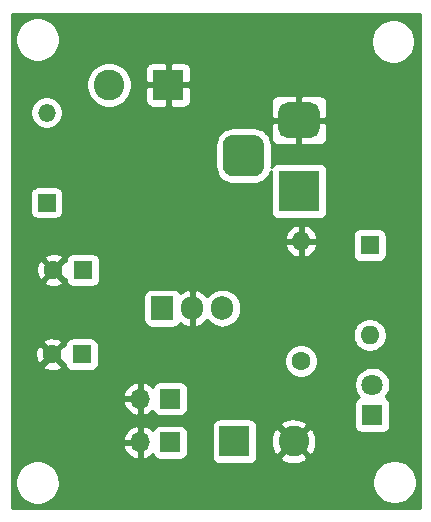
<source format=gbr>
%TF.GenerationSoftware,KiCad,Pcbnew,(5.1.9-0-10_14)*%
%TF.CreationDate,2021-05-04T15:01:54-04:00*%
%TF.ProjectId,POWER,504f5745-522e-46b6-9963-61645f706362,rev?*%
%TF.SameCoordinates,Original*%
%TF.FileFunction,Copper,L2,Bot*%
%TF.FilePolarity,Positive*%
%FSLAX46Y46*%
G04 Gerber Fmt 4.6, Leading zero omitted, Abs format (unit mm)*
G04 Created by KiCad (PCBNEW (5.1.9-0-10_14)) date 2021-05-04 15:01:54*
%MOMM*%
%LPD*%
G01*
G04 APERTURE LIST*
%TA.AperFunction,ComponentPad*%
%ADD10R,3.500000X3.500000*%
%TD*%
%TA.AperFunction,ComponentPad*%
%ADD11C,2.600000*%
%TD*%
%TA.AperFunction,ComponentPad*%
%ADD12R,2.600000X2.600000*%
%TD*%
%TA.AperFunction,ComponentPad*%
%ADD13O,1.700000X1.700000*%
%TD*%
%TA.AperFunction,ComponentPad*%
%ADD14R,1.700000X1.700000*%
%TD*%
%TA.AperFunction,ComponentPad*%
%ADD15O,1.600000X1.600000*%
%TD*%
%TA.AperFunction,ComponentPad*%
%ADD16R,1.600000X1.600000*%
%TD*%
%TA.AperFunction,ComponentPad*%
%ADD17C,1.600000*%
%TD*%
%TA.AperFunction,ComponentPad*%
%ADD18C,1.800000*%
%TD*%
%TA.AperFunction,ComponentPad*%
%ADD19R,1.800000X1.800000*%
%TD*%
%TA.AperFunction,ComponentPad*%
%ADD20O,1.500000X1.500000*%
%TD*%
%TA.AperFunction,ComponentPad*%
%ADD21R,1.500000X1.500000*%
%TD*%
%TA.AperFunction,ComponentPad*%
%ADD22O,1.905000X2.000000*%
%TD*%
%TA.AperFunction,ComponentPad*%
%ADD23R,1.905000X2.000000*%
%TD*%
%TA.AperFunction,Conductor*%
%ADD24C,0.254000*%
%TD*%
%TA.AperFunction,Conductor*%
%ADD25C,0.100000*%
%TD*%
G04 APERTURE END LIST*
%TO.P,J5,3*%
%TO.N,N/C*%
%TA.AperFunction,ComponentPad*%
G36*
G01*
X128989120Y-68188640D02*
X130739120Y-68188640D01*
G75*
G02*
X131614120Y-69063640I0J-875000D01*
G01*
X131614120Y-70813640D01*
G75*
G02*
X130739120Y-71688640I-875000J0D01*
G01*
X128989120Y-71688640D01*
G75*
G02*
X128114120Y-70813640I0J875000D01*
G01*
X128114120Y-69063640D01*
G75*
G02*
X128989120Y-68188640I875000J0D01*
G01*
G37*
%TD.AperFunction*%
%TO.P,J5,2*%
%TO.N,GND*%
%TA.AperFunction,ComponentPad*%
G36*
G01*
X133564120Y-65438640D02*
X135564120Y-65438640D01*
G75*
G02*
X136314120Y-66188640I0J-750000D01*
G01*
X136314120Y-67688640D01*
G75*
G02*
X135564120Y-68438640I-750000J0D01*
G01*
X133564120Y-68438640D01*
G75*
G02*
X132814120Y-67688640I0J750000D01*
G01*
X132814120Y-66188640D01*
G75*
G02*
X133564120Y-65438640I750000J0D01*
G01*
G37*
%TD.AperFunction*%
D10*
%TO.P,J5,1*%
%TO.N,Net-(D1-Pad2)*%
X134564120Y-72938640D03*
%TD*%
D11*
%TO.P,J4,2*%
%TO.N,GND*%
X134108200Y-94127320D03*
D12*
%TO.P,J4,1*%
%TO.N,VCC*%
X129108200Y-94127320D03*
%TD*%
D13*
%TO.P,J3,2*%
%TO.N,GND*%
X121119900Y-90502740D03*
D14*
%TO.P,J3,1*%
%TO.N,VCC*%
X123659900Y-90502740D03*
%TD*%
D13*
%TO.P,J2,2*%
%TO.N,GND*%
X121119900Y-94211140D03*
D14*
%TO.P,J2,1*%
%TO.N,VCC*%
X123659900Y-94211140D03*
%TD*%
D15*
%TO.P,SW1,2*%
%TO.N,VCC*%
X140550900Y-85140800D03*
D16*
%TO.P,SW1,1*%
%TO.N,Net-(C2-Pad1)*%
X140550900Y-77520800D03*
%TD*%
D15*
%TO.P,R1,2*%
%TO.N,GND*%
X134747000Y-77165200D03*
D17*
%TO.P,R1,1*%
%TO.N,Net-(D2-Pad1)*%
X134747000Y-87325200D03*
%TD*%
D18*
%TO.P,D2,2*%
%TO.N,VCC*%
X140779500Y-89331800D03*
D19*
%TO.P,D2,1*%
%TO.N,Net-(D2-Pad1)*%
X140779500Y-91871800D03*
%TD*%
D20*
%TO.P,D1,2*%
%TO.N,Net-(D1-Pad2)*%
X113205260Y-66296540D03*
D21*
%TO.P,D1,1*%
%TO.N,Net-(C1-Pad1)*%
X113205260Y-73916540D03*
%TD*%
D11*
%TO.P,J1,2*%
%TO.N,Net-(D1-Pad2)*%
X118497340Y-63941960D03*
D12*
%TO.P,J1,1*%
%TO.N,GND*%
X123497340Y-63941960D03*
%TD*%
D22*
%TO.P,U1,3*%
%TO.N,Net-(C2-Pad1)*%
X128071880Y-82859880D03*
%TO.P,U1,2*%
%TO.N,GND*%
X125531880Y-82859880D03*
D23*
%TO.P,U1,1*%
%TO.N,Net-(C1-Pad1)*%
X122991880Y-82859880D03*
%TD*%
D17*
%TO.P,C2,2*%
%TO.N,GND*%
X113674520Y-86771480D03*
D16*
%TO.P,C2,1*%
%TO.N,Net-(C2-Pad1)*%
X116174520Y-86771480D03*
%TD*%
D17*
%TO.P,C1,2*%
%TO.N,GND*%
X113771040Y-79623920D03*
D16*
%TO.P,C1,1*%
%TO.N,Net-(C1-Pad1)*%
X116271040Y-79623920D03*
%TD*%
D24*
%TO.N,GND*%
X144800721Y-99776680D02*
X110255920Y-99776680D01*
X110255920Y-97411304D01*
X110530320Y-97411304D01*
X110530320Y-97782616D01*
X110602759Y-98146794D01*
X110744854Y-98489842D01*
X110951145Y-98798578D01*
X111213702Y-99061135D01*
X111522438Y-99267426D01*
X111865486Y-99409521D01*
X112229664Y-99481960D01*
X112600976Y-99481960D01*
X112965154Y-99409521D01*
X113308202Y-99267426D01*
X113616938Y-99061135D01*
X113879495Y-98798578D01*
X114085786Y-98489842D01*
X114227881Y-98146794D01*
X114300320Y-97782616D01*
X114300320Y-97411304D01*
X114295268Y-97385904D01*
X140761400Y-97385904D01*
X140761400Y-97757216D01*
X140833839Y-98121394D01*
X140975934Y-98464442D01*
X141182225Y-98773178D01*
X141444782Y-99035735D01*
X141753518Y-99242026D01*
X142096566Y-99384121D01*
X142460744Y-99456560D01*
X142832056Y-99456560D01*
X143196234Y-99384121D01*
X143539282Y-99242026D01*
X143848018Y-99035735D01*
X144110575Y-98773178D01*
X144316866Y-98464442D01*
X144458961Y-98121394D01*
X144531400Y-97757216D01*
X144531400Y-97385904D01*
X144458961Y-97021726D01*
X144316866Y-96678678D01*
X144110575Y-96369942D01*
X143848018Y-96107385D01*
X143539282Y-95901094D01*
X143196234Y-95758999D01*
X142832056Y-95686560D01*
X142460744Y-95686560D01*
X142096566Y-95758999D01*
X141753518Y-95901094D01*
X141444782Y-96107385D01*
X141182225Y-96369942D01*
X140975934Y-96678678D01*
X140833839Y-97021726D01*
X140761400Y-97385904D01*
X114295268Y-97385904D01*
X114227881Y-97047126D01*
X114085786Y-96704078D01*
X113879495Y-96395342D01*
X113616938Y-96132785D01*
X113308202Y-95926494D01*
X112965154Y-95784399D01*
X112600976Y-95711960D01*
X112229664Y-95711960D01*
X111865486Y-95784399D01*
X111522438Y-95926494D01*
X111213702Y-96132785D01*
X110951145Y-96395342D01*
X110744854Y-96704078D01*
X110602759Y-97047126D01*
X110530320Y-97411304D01*
X110255920Y-97411304D01*
X110255920Y-94568031D01*
X119678419Y-94568031D01*
X119775743Y-94842392D01*
X119924722Y-95092495D01*
X120119631Y-95308728D01*
X120352980Y-95482781D01*
X120615801Y-95607965D01*
X120763010Y-95652616D01*
X120992900Y-95531295D01*
X120992900Y-94338140D01*
X119799086Y-94338140D01*
X119678419Y-94568031D01*
X110255920Y-94568031D01*
X110255920Y-93854249D01*
X119678419Y-93854249D01*
X119799086Y-94084140D01*
X120992900Y-94084140D01*
X120992900Y-92890985D01*
X121246900Y-92890985D01*
X121246900Y-94084140D01*
X121266900Y-94084140D01*
X121266900Y-94338140D01*
X121246900Y-94338140D01*
X121246900Y-95531295D01*
X121476790Y-95652616D01*
X121623999Y-95607965D01*
X121886820Y-95482781D01*
X122120169Y-95308728D01*
X122195934Y-95224674D01*
X122220398Y-95305320D01*
X122279363Y-95415634D01*
X122358715Y-95512325D01*
X122455406Y-95591677D01*
X122565720Y-95650642D01*
X122685418Y-95686952D01*
X122809900Y-95699212D01*
X124509900Y-95699212D01*
X124634382Y-95686952D01*
X124754080Y-95650642D01*
X124864394Y-95591677D01*
X124961085Y-95512325D01*
X125040437Y-95415634D01*
X125099402Y-95305320D01*
X125135712Y-95185622D01*
X125147972Y-95061140D01*
X125147972Y-93361140D01*
X125135712Y-93236658D01*
X125099402Y-93116960D01*
X125040437Y-93006646D01*
X124961085Y-92909955D01*
X124864394Y-92830603D01*
X124858253Y-92827320D01*
X127170128Y-92827320D01*
X127170128Y-95427320D01*
X127182388Y-95551802D01*
X127218698Y-95671500D01*
X127277663Y-95781814D01*
X127357015Y-95878505D01*
X127453706Y-95957857D01*
X127564020Y-96016822D01*
X127683718Y-96053132D01*
X127808200Y-96065392D01*
X130408200Y-96065392D01*
X130532682Y-96053132D01*
X130652380Y-96016822D01*
X130762694Y-95957857D01*
X130859385Y-95878505D01*
X130938737Y-95781814D01*
X130997702Y-95671500D01*
X131034012Y-95551802D01*
X131041424Y-95476544D01*
X132938581Y-95476544D01*
X133070517Y-95771632D01*
X133411245Y-95942479D01*
X133778757Y-96043570D01*
X134158929Y-96071021D01*
X134537151Y-96023777D01*
X134898890Y-95903653D01*
X135145883Y-95771632D01*
X135277819Y-95476544D01*
X134108200Y-94306925D01*
X132938581Y-95476544D01*
X131041424Y-95476544D01*
X131046272Y-95427320D01*
X131046272Y-94178049D01*
X132164499Y-94178049D01*
X132211743Y-94556271D01*
X132331867Y-94918010D01*
X132463888Y-95165003D01*
X132758976Y-95296939D01*
X133928595Y-94127320D01*
X134287805Y-94127320D01*
X135457424Y-95296939D01*
X135752512Y-95165003D01*
X135923359Y-94824275D01*
X136024450Y-94456763D01*
X136051901Y-94076591D01*
X136004657Y-93698369D01*
X135884533Y-93336630D01*
X135752512Y-93089637D01*
X135457424Y-92957701D01*
X134287805Y-94127320D01*
X133928595Y-94127320D01*
X132758976Y-92957701D01*
X132463888Y-93089637D01*
X132293041Y-93430365D01*
X132191950Y-93797877D01*
X132164499Y-94178049D01*
X131046272Y-94178049D01*
X131046272Y-92827320D01*
X131041425Y-92778096D01*
X132938581Y-92778096D01*
X134108200Y-93947715D01*
X135277819Y-92778096D01*
X135145883Y-92483008D01*
X134805155Y-92312161D01*
X134437643Y-92211070D01*
X134057471Y-92183619D01*
X133679249Y-92230863D01*
X133317510Y-92350987D01*
X133070517Y-92483008D01*
X132938581Y-92778096D01*
X131041425Y-92778096D01*
X131034012Y-92702838D01*
X130997702Y-92583140D01*
X130938737Y-92472826D01*
X130859385Y-92376135D01*
X130762694Y-92296783D01*
X130652380Y-92237818D01*
X130532682Y-92201508D01*
X130408200Y-92189248D01*
X127808200Y-92189248D01*
X127683718Y-92201508D01*
X127564020Y-92237818D01*
X127453706Y-92296783D01*
X127357015Y-92376135D01*
X127277663Y-92472826D01*
X127218698Y-92583140D01*
X127182388Y-92702838D01*
X127170128Y-92827320D01*
X124858253Y-92827320D01*
X124754080Y-92771638D01*
X124634382Y-92735328D01*
X124509900Y-92723068D01*
X122809900Y-92723068D01*
X122685418Y-92735328D01*
X122565720Y-92771638D01*
X122455406Y-92830603D01*
X122358715Y-92909955D01*
X122279363Y-93006646D01*
X122220398Y-93116960D01*
X122195934Y-93197606D01*
X122120169Y-93113552D01*
X121886820Y-92939499D01*
X121623999Y-92814315D01*
X121476790Y-92769664D01*
X121246900Y-92890985D01*
X120992900Y-92890985D01*
X120763010Y-92769664D01*
X120615801Y-92814315D01*
X120352980Y-92939499D01*
X120119631Y-93113552D01*
X119924722Y-93329785D01*
X119775743Y-93579888D01*
X119678419Y-93854249D01*
X110255920Y-93854249D01*
X110255920Y-90859631D01*
X119678419Y-90859631D01*
X119775743Y-91133992D01*
X119924722Y-91384095D01*
X120119631Y-91600328D01*
X120352980Y-91774381D01*
X120615801Y-91899565D01*
X120763010Y-91944216D01*
X120992900Y-91822895D01*
X120992900Y-90629740D01*
X119799086Y-90629740D01*
X119678419Y-90859631D01*
X110255920Y-90859631D01*
X110255920Y-90145849D01*
X119678419Y-90145849D01*
X119799086Y-90375740D01*
X120992900Y-90375740D01*
X120992900Y-89182585D01*
X121246900Y-89182585D01*
X121246900Y-90375740D01*
X121266900Y-90375740D01*
X121266900Y-90629740D01*
X121246900Y-90629740D01*
X121246900Y-91822895D01*
X121476790Y-91944216D01*
X121623999Y-91899565D01*
X121886820Y-91774381D01*
X122120169Y-91600328D01*
X122195934Y-91516274D01*
X122220398Y-91596920D01*
X122279363Y-91707234D01*
X122358715Y-91803925D01*
X122455406Y-91883277D01*
X122565720Y-91942242D01*
X122685418Y-91978552D01*
X122809900Y-91990812D01*
X124509900Y-91990812D01*
X124634382Y-91978552D01*
X124754080Y-91942242D01*
X124864394Y-91883277D01*
X124961085Y-91803925D01*
X125040437Y-91707234D01*
X125099402Y-91596920D01*
X125135712Y-91477222D01*
X125147972Y-91352740D01*
X125147972Y-90971800D01*
X139241428Y-90971800D01*
X139241428Y-92771800D01*
X139253688Y-92896282D01*
X139289998Y-93015980D01*
X139348963Y-93126294D01*
X139428315Y-93222985D01*
X139525006Y-93302337D01*
X139635320Y-93361302D01*
X139755018Y-93397612D01*
X139879500Y-93409872D01*
X141679500Y-93409872D01*
X141803982Y-93397612D01*
X141923680Y-93361302D01*
X142033994Y-93302337D01*
X142130685Y-93222985D01*
X142210037Y-93126294D01*
X142269002Y-93015980D01*
X142305312Y-92896282D01*
X142317572Y-92771800D01*
X142317572Y-90971800D01*
X142305312Y-90847318D01*
X142269002Y-90727620D01*
X142210037Y-90617306D01*
X142130685Y-90520615D01*
X142033994Y-90441263D01*
X141923680Y-90382298D01*
X141905373Y-90376744D01*
X141971812Y-90310305D01*
X142139799Y-90058895D01*
X142255511Y-89779543D01*
X142314500Y-89482984D01*
X142314500Y-89180616D01*
X142255511Y-88884057D01*
X142139799Y-88604705D01*
X141971812Y-88353295D01*
X141758005Y-88139488D01*
X141506595Y-87971501D01*
X141227243Y-87855789D01*
X140930684Y-87796800D01*
X140628316Y-87796800D01*
X140331757Y-87855789D01*
X140052405Y-87971501D01*
X139800995Y-88139488D01*
X139587188Y-88353295D01*
X139419201Y-88604705D01*
X139303489Y-88884057D01*
X139244500Y-89180616D01*
X139244500Y-89482984D01*
X139303489Y-89779543D01*
X139419201Y-90058895D01*
X139587188Y-90310305D01*
X139653627Y-90376744D01*
X139635320Y-90382298D01*
X139525006Y-90441263D01*
X139428315Y-90520615D01*
X139348963Y-90617306D01*
X139289998Y-90727620D01*
X139253688Y-90847318D01*
X139241428Y-90971800D01*
X125147972Y-90971800D01*
X125147972Y-89652740D01*
X125135712Y-89528258D01*
X125099402Y-89408560D01*
X125040437Y-89298246D01*
X124961085Y-89201555D01*
X124864394Y-89122203D01*
X124754080Y-89063238D01*
X124634382Y-89026928D01*
X124509900Y-89014668D01*
X122809900Y-89014668D01*
X122685418Y-89026928D01*
X122565720Y-89063238D01*
X122455406Y-89122203D01*
X122358715Y-89201555D01*
X122279363Y-89298246D01*
X122220398Y-89408560D01*
X122195934Y-89489206D01*
X122120169Y-89405152D01*
X121886820Y-89231099D01*
X121623999Y-89105915D01*
X121476790Y-89061264D01*
X121246900Y-89182585D01*
X120992900Y-89182585D01*
X120763010Y-89061264D01*
X120615801Y-89105915D01*
X120352980Y-89231099D01*
X120119631Y-89405152D01*
X119924722Y-89621385D01*
X119775743Y-89871488D01*
X119678419Y-90145849D01*
X110255920Y-90145849D01*
X110255920Y-87764182D01*
X112861423Y-87764182D01*
X112933006Y-88008151D01*
X113188516Y-88129051D01*
X113462704Y-88197780D01*
X113745032Y-88211697D01*
X114024650Y-88170267D01*
X114290812Y-88075083D01*
X114416034Y-88008151D01*
X114487617Y-87764182D01*
X113674520Y-86951085D01*
X112861423Y-87764182D01*
X110255920Y-87764182D01*
X110255920Y-86841992D01*
X112234303Y-86841992D01*
X112275733Y-87121610D01*
X112370917Y-87387772D01*
X112437849Y-87512994D01*
X112681818Y-87584577D01*
X113494915Y-86771480D01*
X113854125Y-86771480D01*
X114667222Y-87584577D01*
X114736448Y-87564265D01*
X114736448Y-87571480D01*
X114748708Y-87695962D01*
X114785018Y-87815660D01*
X114843983Y-87925974D01*
X114923335Y-88022665D01*
X115020026Y-88102017D01*
X115130340Y-88160982D01*
X115250038Y-88197292D01*
X115374520Y-88209552D01*
X116974520Y-88209552D01*
X117099002Y-88197292D01*
X117218700Y-88160982D01*
X117329014Y-88102017D01*
X117425705Y-88022665D01*
X117505057Y-87925974D01*
X117564022Y-87815660D01*
X117600332Y-87695962D01*
X117612592Y-87571480D01*
X117612592Y-87183865D01*
X133312000Y-87183865D01*
X133312000Y-87466535D01*
X133367147Y-87743774D01*
X133475320Y-88004927D01*
X133632363Y-88239959D01*
X133832241Y-88439837D01*
X134067273Y-88596880D01*
X134328426Y-88705053D01*
X134605665Y-88760200D01*
X134888335Y-88760200D01*
X135165574Y-88705053D01*
X135426727Y-88596880D01*
X135661759Y-88439837D01*
X135861637Y-88239959D01*
X136018680Y-88004927D01*
X136126853Y-87743774D01*
X136182000Y-87466535D01*
X136182000Y-87183865D01*
X136126853Y-86906626D01*
X136018680Y-86645473D01*
X135861637Y-86410441D01*
X135661759Y-86210563D01*
X135426727Y-86053520D01*
X135165574Y-85945347D01*
X134888335Y-85890200D01*
X134605665Y-85890200D01*
X134328426Y-85945347D01*
X134067273Y-86053520D01*
X133832241Y-86210563D01*
X133632363Y-86410441D01*
X133475320Y-86645473D01*
X133367147Y-86906626D01*
X133312000Y-87183865D01*
X117612592Y-87183865D01*
X117612592Y-85971480D01*
X117600332Y-85846998D01*
X117564022Y-85727300D01*
X117505057Y-85616986D01*
X117425705Y-85520295D01*
X117329014Y-85440943D01*
X117218700Y-85381978D01*
X117099002Y-85345668D01*
X116974520Y-85333408D01*
X115374520Y-85333408D01*
X115250038Y-85345668D01*
X115130340Y-85381978D01*
X115020026Y-85440943D01*
X114923335Y-85520295D01*
X114843983Y-85616986D01*
X114785018Y-85727300D01*
X114748708Y-85846998D01*
X114736448Y-85971480D01*
X114736448Y-85978695D01*
X114667222Y-85958383D01*
X113854125Y-86771480D01*
X113494915Y-86771480D01*
X112681818Y-85958383D01*
X112437849Y-86029966D01*
X112316949Y-86285476D01*
X112248220Y-86559664D01*
X112234303Y-86841992D01*
X110255920Y-86841992D01*
X110255920Y-85778778D01*
X112861423Y-85778778D01*
X113674520Y-86591875D01*
X114487617Y-85778778D01*
X114416034Y-85534809D01*
X114160524Y-85413909D01*
X113886336Y-85345180D01*
X113604008Y-85331263D01*
X113324390Y-85372693D01*
X113058228Y-85467877D01*
X112933006Y-85534809D01*
X112861423Y-85778778D01*
X110255920Y-85778778D01*
X110255920Y-84999465D01*
X139115900Y-84999465D01*
X139115900Y-85282135D01*
X139171047Y-85559374D01*
X139279220Y-85820527D01*
X139436263Y-86055559D01*
X139636141Y-86255437D01*
X139871173Y-86412480D01*
X140132326Y-86520653D01*
X140409565Y-86575800D01*
X140692235Y-86575800D01*
X140969474Y-86520653D01*
X141230627Y-86412480D01*
X141465659Y-86255437D01*
X141665537Y-86055559D01*
X141822580Y-85820527D01*
X141930753Y-85559374D01*
X141985900Y-85282135D01*
X141985900Y-84999465D01*
X141930753Y-84722226D01*
X141822580Y-84461073D01*
X141665537Y-84226041D01*
X141465659Y-84026163D01*
X141230627Y-83869120D01*
X140969474Y-83760947D01*
X140692235Y-83705800D01*
X140409565Y-83705800D01*
X140132326Y-83760947D01*
X139871173Y-83869120D01*
X139636141Y-84026163D01*
X139436263Y-84226041D01*
X139279220Y-84461073D01*
X139171047Y-84722226D01*
X139115900Y-84999465D01*
X110255920Y-84999465D01*
X110255920Y-81859880D01*
X121401308Y-81859880D01*
X121401308Y-83859880D01*
X121413568Y-83984362D01*
X121449878Y-84104060D01*
X121508843Y-84214374D01*
X121588195Y-84311065D01*
X121684886Y-84390417D01*
X121795200Y-84449382D01*
X121914898Y-84485692D01*
X122039380Y-84497952D01*
X123944380Y-84497952D01*
X124068862Y-84485692D01*
X124188560Y-84449382D01*
X124298874Y-84390417D01*
X124395565Y-84311065D01*
X124474917Y-84214374D01*
X124523939Y-84122661D01*
X124664957Y-84235849D01*
X124940786Y-84379451D01*
X125158900Y-84450443D01*
X125404880Y-84330474D01*
X125404880Y-82986880D01*
X125384880Y-82986880D01*
X125384880Y-82732880D01*
X125404880Y-82732880D01*
X125404880Y-81389286D01*
X125658880Y-81389286D01*
X125658880Y-82732880D01*
X125678880Y-82732880D01*
X125678880Y-82986880D01*
X125658880Y-82986880D01*
X125658880Y-84330474D01*
X125904860Y-84450443D01*
X126122974Y-84379451D01*
X126398803Y-84235849D01*
X126641317Y-84041195D01*
X126796717Y-83855981D01*
X126943917Y-84035343D01*
X127185646Y-84233725D01*
X127461432Y-84381135D01*
X127760677Y-84471910D01*
X128071880Y-84502561D01*
X128383084Y-84471910D01*
X128682329Y-84381135D01*
X128958115Y-84233725D01*
X129199843Y-84035343D01*
X129398225Y-83793614D01*
X129545635Y-83517828D01*
X129636410Y-83218583D01*
X129659380Y-82985365D01*
X129659380Y-82734394D01*
X129636410Y-82501176D01*
X129545635Y-82201931D01*
X129398225Y-81926145D01*
X129199843Y-81684417D01*
X128958114Y-81486035D01*
X128682328Y-81338625D01*
X128383083Y-81247850D01*
X128071880Y-81217199D01*
X127760676Y-81247850D01*
X127461431Y-81338625D01*
X127185645Y-81486035D01*
X126943917Y-81684417D01*
X126796718Y-81863780D01*
X126641317Y-81678565D01*
X126398803Y-81483911D01*
X126122974Y-81340309D01*
X125904860Y-81269317D01*
X125658880Y-81389286D01*
X125404880Y-81389286D01*
X125158900Y-81269317D01*
X124940786Y-81340309D01*
X124664957Y-81483911D01*
X124523939Y-81597099D01*
X124474917Y-81505386D01*
X124395565Y-81408695D01*
X124298874Y-81329343D01*
X124188560Y-81270378D01*
X124068862Y-81234068D01*
X123944380Y-81221808D01*
X122039380Y-81221808D01*
X121914898Y-81234068D01*
X121795200Y-81270378D01*
X121684886Y-81329343D01*
X121588195Y-81408695D01*
X121508843Y-81505386D01*
X121449878Y-81615700D01*
X121413568Y-81735398D01*
X121401308Y-81859880D01*
X110255920Y-81859880D01*
X110255920Y-80616622D01*
X112957943Y-80616622D01*
X113029526Y-80860591D01*
X113285036Y-80981491D01*
X113559224Y-81050220D01*
X113841552Y-81064137D01*
X114121170Y-81022707D01*
X114387332Y-80927523D01*
X114512554Y-80860591D01*
X114584137Y-80616622D01*
X113771040Y-79803525D01*
X112957943Y-80616622D01*
X110255920Y-80616622D01*
X110255920Y-79694432D01*
X112330823Y-79694432D01*
X112372253Y-79974050D01*
X112467437Y-80240212D01*
X112534369Y-80365434D01*
X112778338Y-80437017D01*
X113591435Y-79623920D01*
X113950645Y-79623920D01*
X114763742Y-80437017D01*
X114832968Y-80416705D01*
X114832968Y-80423920D01*
X114845228Y-80548402D01*
X114881538Y-80668100D01*
X114940503Y-80778414D01*
X115019855Y-80875105D01*
X115116546Y-80954457D01*
X115226860Y-81013422D01*
X115346558Y-81049732D01*
X115471040Y-81061992D01*
X117071040Y-81061992D01*
X117195522Y-81049732D01*
X117315220Y-81013422D01*
X117425534Y-80954457D01*
X117522225Y-80875105D01*
X117601577Y-80778414D01*
X117660542Y-80668100D01*
X117696852Y-80548402D01*
X117709112Y-80423920D01*
X117709112Y-78823920D01*
X117696852Y-78699438D01*
X117660542Y-78579740D01*
X117601577Y-78469426D01*
X117522225Y-78372735D01*
X117425534Y-78293383D01*
X117315220Y-78234418D01*
X117195522Y-78198108D01*
X117071040Y-78185848D01*
X115471040Y-78185848D01*
X115346558Y-78198108D01*
X115226860Y-78234418D01*
X115116546Y-78293383D01*
X115019855Y-78372735D01*
X114940503Y-78469426D01*
X114881538Y-78579740D01*
X114845228Y-78699438D01*
X114832968Y-78823920D01*
X114832968Y-78831135D01*
X114763742Y-78810823D01*
X113950645Y-79623920D01*
X113591435Y-79623920D01*
X112778338Y-78810823D01*
X112534369Y-78882406D01*
X112413469Y-79137916D01*
X112344740Y-79412104D01*
X112330823Y-79694432D01*
X110255920Y-79694432D01*
X110255920Y-78631218D01*
X112957943Y-78631218D01*
X113771040Y-79444315D01*
X114584137Y-78631218D01*
X114512554Y-78387249D01*
X114257044Y-78266349D01*
X113982856Y-78197620D01*
X113700528Y-78183703D01*
X113420910Y-78225133D01*
X113154748Y-78320317D01*
X113029526Y-78387249D01*
X112957943Y-78631218D01*
X110255920Y-78631218D01*
X110255920Y-77514240D01*
X133355091Y-77514240D01*
X133449930Y-77779081D01*
X133594615Y-78020331D01*
X133783586Y-78228719D01*
X134009580Y-78396237D01*
X134263913Y-78516446D01*
X134397961Y-78557104D01*
X134620000Y-78435115D01*
X134620000Y-77292200D01*
X134874000Y-77292200D01*
X134874000Y-78435115D01*
X135096039Y-78557104D01*
X135230087Y-78516446D01*
X135484420Y-78396237D01*
X135710414Y-78228719D01*
X135899385Y-78020331D01*
X136044070Y-77779081D01*
X136138909Y-77514240D01*
X136017624Y-77292200D01*
X134874000Y-77292200D01*
X134620000Y-77292200D01*
X133476376Y-77292200D01*
X133355091Y-77514240D01*
X110255920Y-77514240D01*
X110255920Y-76816160D01*
X133355091Y-76816160D01*
X133476376Y-77038200D01*
X134620000Y-77038200D01*
X134620000Y-75895285D01*
X134874000Y-75895285D01*
X134874000Y-77038200D01*
X136017624Y-77038200D01*
X136138909Y-76816160D01*
X136104761Y-76720800D01*
X139112828Y-76720800D01*
X139112828Y-78320800D01*
X139125088Y-78445282D01*
X139161398Y-78564980D01*
X139220363Y-78675294D01*
X139299715Y-78771985D01*
X139396406Y-78851337D01*
X139506720Y-78910302D01*
X139626418Y-78946612D01*
X139750900Y-78958872D01*
X141350900Y-78958872D01*
X141475382Y-78946612D01*
X141595080Y-78910302D01*
X141705394Y-78851337D01*
X141802085Y-78771985D01*
X141881437Y-78675294D01*
X141940402Y-78564980D01*
X141976712Y-78445282D01*
X141988972Y-78320800D01*
X141988972Y-76720800D01*
X141976712Y-76596318D01*
X141940402Y-76476620D01*
X141881437Y-76366306D01*
X141802085Y-76269615D01*
X141705394Y-76190263D01*
X141595080Y-76131298D01*
X141475382Y-76094988D01*
X141350900Y-76082728D01*
X139750900Y-76082728D01*
X139626418Y-76094988D01*
X139506720Y-76131298D01*
X139396406Y-76190263D01*
X139299715Y-76269615D01*
X139220363Y-76366306D01*
X139161398Y-76476620D01*
X139125088Y-76596318D01*
X139112828Y-76720800D01*
X136104761Y-76720800D01*
X136044070Y-76551319D01*
X135899385Y-76310069D01*
X135710414Y-76101681D01*
X135484420Y-75934163D01*
X135230087Y-75813954D01*
X135096039Y-75773296D01*
X134874000Y-75895285D01*
X134620000Y-75895285D01*
X134397961Y-75773296D01*
X134263913Y-75813954D01*
X134009580Y-75934163D01*
X133783586Y-76101681D01*
X133594615Y-76310069D01*
X133449930Y-76551319D01*
X133355091Y-76816160D01*
X110255920Y-76816160D01*
X110255920Y-73166540D01*
X111817188Y-73166540D01*
X111817188Y-74666540D01*
X111829448Y-74791022D01*
X111865758Y-74910720D01*
X111924723Y-75021034D01*
X112004075Y-75117725D01*
X112100766Y-75197077D01*
X112211080Y-75256042D01*
X112330778Y-75292352D01*
X112455260Y-75304612D01*
X113955260Y-75304612D01*
X114079742Y-75292352D01*
X114199440Y-75256042D01*
X114309754Y-75197077D01*
X114406445Y-75117725D01*
X114485797Y-75021034D01*
X114544762Y-74910720D01*
X114581072Y-74791022D01*
X114593332Y-74666540D01*
X114593332Y-73166540D01*
X114581072Y-73042058D01*
X114544762Y-72922360D01*
X114485797Y-72812046D01*
X114406445Y-72715355D01*
X114309754Y-72636003D01*
X114199440Y-72577038D01*
X114079742Y-72540728D01*
X113955260Y-72528468D01*
X112455260Y-72528468D01*
X112330778Y-72540728D01*
X112211080Y-72577038D01*
X112100766Y-72636003D01*
X112004075Y-72715355D01*
X111924723Y-72812046D01*
X111865758Y-72922360D01*
X111829448Y-73042058D01*
X111817188Y-73166540D01*
X110255920Y-73166540D01*
X110255920Y-69063640D01*
X127476048Y-69063640D01*
X127476048Y-70813640D01*
X127505121Y-71108826D01*
X127591224Y-71392668D01*
X127731047Y-71654258D01*
X127919217Y-71883543D01*
X128148502Y-72071713D01*
X128410092Y-72211536D01*
X128693934Y-72297639D01*
X128989120Y-72326712D01*
X130739120Y-72326712D01*
X131034306Y-72297639D01*
X131318148Y-72211536D01*
X131579738Y-72071713D01*
X131809023Y-71883543D01*
X131997193Y-71654258D01*
X132137016Y-71392668D01*
X132176048Y-71263997D01*
X132176048Y-74688640D01*
X132188308Y-74813122D01*
X132224618Y-74932820D01*
X132283583Y-75043134D01*
X132362935Y-75139825D01*
X132459626Y-75219177D01*
X132569940Y-75278142D01*
X132689638Y-75314452D01*
X132814120Y-75326712D01*
X136314120Y-75326712D01*
X136438602Y-75314452D01*
X136558300Y-75278142D01*
X136668614Y-75219177D01*
X136765305Y-75139825D01*
X136844657Y-75043134D01*
X136903622Y-74932820D01*
X136939932Y-74813122D01*
X136952192Y-74688640D01*
X136952192Y-71188640D01*
X136939932Y-71064158D01*
X136903622Y-70944460D01*
X136844657Y-70834146D01*
X136765305Y-70737455D01*
X136668614Y-70658103D01*
X136558300Y-70599138D01*
X136438602Y-70562828D01*
X136314120Y-70550568D01*
X132814120Y-70550568D01*
X132689638Y-70562828D01*
X132569940Y-70599138D01*
X132459626Y-70658103D01*
X132362935Y-70737455D01*
X132283583Y-70834146D01*
X132242626Y-70910771D01*
X132252192Y-70813640D01*
X132252192Y-69063640D01*
X132223119Y-68768454D01*
X132137016Y-68484612D01*
X132112444Y-68438640D01*
X132176048Y-68438640D01*
X132188308Y-68563122D01*
X132224618Y-68682820D01*
X132283583Y-68793134D01*
X132362935Y-68889825D01*
X132459626Y-68969177D01*
X132569940Y-69028142D01*
X132689638Y-69064452D01*
X132814120Y-69076712D01*
X134278370Y-69073640D01*
X134437120Y-68914890D01*
X134437120Y-67065640D01*
X134691120Y-67065640D01*
X134691120Y-68914890D01*
X134849870Y-69073640D01*
X136314120Y-69076712D01*
X136438602Y-69064452D01*
X136558300Y-69028142D01*
X136668614Y-68969177D01*
X136765305Y-68889825D01*
X136844657Y-68793134D01*
X136903622Y-68682820D01*
X136939932Y-68563122D01*
X136952192Y-68438640D01*
X136949120Y-67224390D01*
X136790370Y-67065640D01*
X134691120Y-67065640D01*
X134437120Y-67065640D01*
X132337870Y-67065640D01*
X132179120Y-67224390D01*
X132176048Y-68438640D01*
X132112444Y-68438640D01*
X131997193Y-68223022D01*
X131809023Y-67993737D01*
X131579738Y-67805567D01*
X131318148Y-67665744D01*
X131034306Y-67579641D01*
X130739120Y-67550568D01*
X128989120Y-67550568D01*
X128693934Y-67579641D01*
X128410092Y-67665744D01*
X128148502Y-67805567D01*
X127919217Y-67993737D01*
X127731047Y-68223022D01*
X127591224Y-68484612D01*
X127505121Y-68768454D01*
X127476048Y-69063640D01*
X110255920Y-69063640D01*
X110255920Y-66160129D01*
X111820260Y-66160129D01*
X111820260Y-66432951D01*
X111873485Y-66700529D01*
X111977889Y-66952583D01*
X112129461Y-67179426D01*
X112322374Y-67372339D01*
X112549217Y-67523911D01*
X112801271Y-67628315D01*
X113068849Y-67681540D01*
X113341671Y-67681540D01*
X113609249Y-67628315D01*
X113861303Y-67523911D01*
X114088146Y-67372339D01*
X114281059Y-67179426D01*
X114432631Y-66952583D01*
X114537035Y-66700529D01*
X114590260Y-66432951D01*
X114590260Y-66160129D01*
X114537035Y-65892551D01*
X114432631Y-65640497D01*
X114281059Y-65413654D01*
X114088146Y-65220741D01*
X113861303Y-65069169D01*
X113609249Y-64964765D01*
X113341671Y-64911540D01*
X113068849Y-64911540D01*
X112801271Y-64964765D01*
X112549217Y-65069169D01*
X112322374Y-65220741D01*
X112129461Y-65413654D01*
X111977889Y-65640497D01*
X111873485Y-65892551D01*
X111820260Y-66160129D01*
X110255920Y-66160129D01*
X110255920Y-63751379D01*
X116562340Y-63751379D01*
X116562340Y-64132541D01*
X116636701Y-64506379D01*
X116782565Y-64858526D01*
X116994327Y-65175451D01*
X117263849Y-65444973D01*
X117580774Y-65656735D01*
X117932921Y-65802599D01*
X118306759Y-65876960D01*
X118687921Y-65876960D01*
X119061759Y-65802599D01*
X119413906Y-65656735D01*
X119730831Y-65444973D01*
X119933844Y-65241960D01*
X121559268Y-65241960D01*
X121571528Y-65366442D01*
X121607838Y-65486140D01*
X121666803Y-65596454D01*
X121746155Y-65693145D01*
X121842846Y-65772497D01*
X121953160Y-65831462D01*
X122072858Y-65867772D01*
X122197340Y-65880032D01*
X123211590Y-65876960D01*
X123370340Y-65718210D01*
X123370340Y-64068960D01*
X123624340Y-64068960D01*
X123624340Y-65718210D01*
X123783090Y-65876960D01*
X124797340Y-65880032D01*
X124921822Y-65867772D01*
X125041520Y-65831462D01*
X125151834Y-65772497D01*
X125248525Y-65693145D01*
X125327877Y-65596454D01*
X125386842Y-65486140D01*
X125401250Y-65438640D01*
X132176048Y-65438640D01*
X132179120Y-66652890D01*
X132337870Y-66811640D01*
X134437120Y-66811640D01*
X134437120Y-64962390D01*
X134691120Y-64962390D01*
X134691120Y-66811640D01*
X136790370Y-66811640D01*
X136949120Y-66652890D01*
X136952192Y-65438640D01*
X136939932Y-65314158D01*
X136903622Y-65194460D01*
X136844657Y-65084146D01*
X136765305Y-64987455D01*
X136668614Y-64908103D01*
X136558300Y-64849138D01*
X136438602Y-64812828D01*
X136314120Y-64800568D01*
X134849870Y-64803640D01*
X134691120Y-64962390D01*
X134437120Y-64962390D01*
X134278370Y-64803640D01*
X132814120Y-64800568D01*
X132689638Y-64812828D01*
X132569940Y-64849138D01*
X132459626Y-64908103D01*
X132362935Y-64987455D01*
X132283583Y-65084146D01*
X132224618Y-65194460D01*
X132188308Y-65314158D01*
X132176048Y-65438640D01*
X125401250Y-65438640D01*
X125423152Y-65366442D01*
X125435412Y-65241960D01*
X125432340Y-64227710D01*
X125273590Y-64068960D01*
X123624340Y-64068960D01*
X123370340Y-64068960D01*
X121721090Y-64068960D01*
X121562340Y-64227710D01*
X121559268Y-65241960D01*
X119933844Y-65241960D01*
X120000353Y-65175451D01*
X120212115Y-64858526D01*
X120357979Y-64506379D01*
X120432340Y-64132541D01*
X120432340Y-63751379D01*
X120357979Y-63377541D01*
X120212115Y-63025394D01*
X120000353Y-62708469D01*
X119933844Y-62641960D01*
X121559268Y-62641960D01*
X121562340Y-63656210D01*
X121721090Y-63814960D01*
X123370340Y-63814960D01*
X123370340Y-62165710D01*
X123624340Y-62165710D01*
X123624340Y-63814960D01*
X125273590Y-63814960D01*
X125432340Y-63656210D01*
X125435412Y-62641960D01*
X125423152Y-62517478D01*
X125386842Y-62397780D01*
X125327877Y-62287466D01*
X125248525Y-62190775D01*
X125151834Y-62111423D01*
X125041520Y-62052458D01*
X124921822Y-62016148D01*
X124797340Y-62003888D01*
X123783090Y-62006960D01*
X123624340Y-62165710D01*
X123370340Y-62165710D01*
X123211590Y-62006960D01*
X122197340Y-62003888D01*
X122072858Y-62016148D01*
X121953160Y-62052458D01*
X121842846Y-62111423D01*
X121746155Y-62190775D01*
X121666803Y-62287466D01*
X121607838Y-62397780D01*
X121571528Y-62517478D01*
X121559268Y-62641960D01*
X119933844Y-62641960D01*
X119730831Y-62438947D01*
X119413906Y-62227185D01*
X119061759Y-62081321D01*
X118687921Y-62006960D01*
X118306759Y-62006960D01*
X117932921Y-62081321D01*
X117580774Y-62227185D01*
X117263849Y-62438947D01*
X116994327Y-62708469D01*
X116782565Y-63025394D01*
X116636701Y-63377541D01*
X116562340Y-63751379D01*
X110255920Y-63751379D01*
X110255920Y-59925984D01*
X110535400Y-59925984D01*
X110535400Y-60297296D01*
X110607839Y-60661474D01*
X110749934Y-61004522D01*
X110956225Y-61313258D01*
X111218782Y-61575815D01*
X111527518Y-61782106D01*
X111870566Y-61924201D01*
X112234744Y-61996640D01*
X112606056Y-61996640D01*
X112970234Y-61924201D01*
X113313282Y-61782106D01*
X113622018Y-61575815D01*
X113884575Y-61313258D01*
X114090866Y-61004522D01*
X114232961Y-60661474D01*
X114305400Y-60297296D01*
X114305400Y-60098704D01*
X140649640Y-60098704D01*
X140649640Y-60470016D01*
X140722079Y-60834194D01*
X140864174Y-61177242D01*
X141070465Y-61485978D01*
X141333022Y-61748535D01*
X141641758Y-61954826D01*
X141984806Y-62096921D01*
X142348984Y-62169360D01*
X142720296Y-62169360D01*
X143084474Y-62096921D01*
X143427522Y-61954826D01*
X143736258Y-61748535D01*
X143998815Y-61485978D01*
X144205106Y-61177242D01*
X144347201Y-60834194D01*
X144419640Y-60470016D01*
X144419640Y-60098704D01*
X144347201Y-59734526D01*
X144205106Y-59391478D01*
X143998815Y-59082742D01*
X143736258Y-58820185D01*
X143427522Y-58613894D01*
X143084474Y-58471799D01*
X142720296Y-58399360D01*
X142348984Y-58399360D01*
X141984806Y-58471799D01*
X141641758Y-58613894D01*
X141333022Y-58820185D01*
X141070465Y-59082742D01*
X140864174Y-59391478D01*
X140722079Y-59734526D01*
X140649640Y-60098704D01*
X114305400Y-60098704D01*
X114305400Y-59925984D01*
X114232961Y-59561806D01*
X114090866Y-59218758D01*
X113884575Y-58910022D01*
X113622018Y-58647465D01*
X113313282Y-58441174D01*
X112970234Y-58299079D01*
X112606056Y-58226640D01*
X112234744Y-58226640D01*
X111870566Y-58299079D01*
X111527518Y-58441174D01*
X111218782Y-58647465D01*
X110956225Y-58910022D01*
X110749934Y-59218758D01*
X110607839Y-59561806D01*
X110535400Y-59925984D01*
X110255920Y-59925984D01*
X110255920Y-57947160D01*
X144800720Y-57947160D01*
X144800721Y-99776680D01*
%TA.AperFunction,Conductor*%
D25*
G36*
X144800721Y-99776680D02*
G01*
X110255920Y-99776680D01*
X110255920Y-97411304D01*
X110530320Y-97411304D01*
X110530320Y-97782616D01*
X110602759Y-98146794D01*
X110744854Y-98489842D01*
X110951145Y-98798578D01*
X111213702Y-99061135D01*
X111522438Y-99267426D01*
X111865486Y-99409521D01*
X112229664Y-99481960D01*
X112600976Y-99481960D01*
X112965154Y-99409521D01*
X113308202Y-99267426D01*
X113616938Y-99061135D01*
X113879495Y-98798578D01*
X114085786Y-98489842D01*
X114227881Y-98146794D01*
X114300320Y-97782616D01*
X114300320Y-97411304D01*
X114295268Y-97385904D01*
X140761400Y-97385904D01*
X140761400Y-97757216D01*
X140833839Y-98121394D01*
X140975934Y-98464442D01*
X141182225Y-98773178D01*
X141444782Y-99035735D01*
X141753518Y-99242026D01*
X142096566Y-99384121D01*
X142460744Y-99456560D01*
X142832056Y-99456560D01*
X143196234Y-99384121D01*
X143539282Y-99242026D01*
X143848018Y-99035735D01*
X144110575Y-98773178D01*
X144316866Y-98464442D01*
X144458961Y-98121394D01*
X144531400Y-97757216D01*
X144531400Y-97385904D01*
X144458961Y-97021726D01*
X144316866Y-96678678D01*
X144110575Y-96369942D01*
X143848018Y-96107385D01*
X143539282Y-95901094D01*
X143196234Y-95758999D01*
X142832056Y-95686560D01*
X142460744Y-95686560D01*
X142096566Y-95758999D01*
X141753518Y-95901094D01*
X141444782Y-96107385D01*
X141182225Y-96369942D01*
X140975934Y-96678678D01*
X140833839Y-97021726D01*
X140761400Y-97385904D01*
X114295268Y-97385904D01*
X114227881Y-97047126D01*
X114085786Y-96704078D01*
X113879495Y-96395342D01*
X113616938Y-96132785D01*
X113308202Y-95926494D01*
X112965154Y-95784399D01*
X112600976Y-95711960D01*
X112229664Y-95711960D01*
X111865486Y-95784399D01*
X111522438Y-95926494D01*
X111213702Y-96132785D01*
X110951145Y-96395342D01*
X110744854Y-96704078D01*
X110602759Y-97047126D01*
X110530320Y-97411304D01*
X110255920Y-97411304D01*
X110255920Y-94568031D01*
X119678419Y-94568031D01*
X119775743Y-94842392D01*
X119924722Y-95092495D01*
X120119631Y-95308728D01*
X120352980Y-95482781D01*
X120615801Y-95607965D01*
X120763010Y-95652616D01*
X120992900Y-95531295D01*
X120992900Y-94338140D01*
X119799086Y-94338140D01*
X119678419Y-94568031D01*
X110255920Y-94568031D01*
X110255920Y-93854249D01*
X119678419Y-93854249D01*
X119799086Y-94084140D01*
X120992900Y-94084140D01*
X120992900Y-92890985D01*
X121246900Y-92890985D01*
X121246900Y-94084140D01*
X121266900Y-94084140D01*
X121266900Y-94338140D01*
X121246900Y-94338140D01*
X121246900Y-95531295D01*
X121476790Y-95652616D01*
X121623999Y-95607965D01*
X121886820Y-95482781D01*
X122120169Y-95308728D01*
X122195934Y-95224674D01*
X122220398Y-95305320D01*
X122279363Y-95415634D01*
X122358715Y-95512325D01*
X122455406Y-95591677D01*
X122565720Y-95650642D01*
X122685418Y-95686952D01*
X122809900Y-95699212D01*
X124509900Y-95699212D01*
X124634382Y-95686952D01*
X124754080Y-95650642D01*
X124864394Y-95591677D01*
X124961085Y-95512325D01*
X125040437Y-95415634D01*
X125099402Y-95305320D01*
X125135712Y-95185622D01*
X125147972Y-95061140D01*
X125147972Y-93361140D01*
X125135712Y-93236658D01*
X125099402Y-93116960D01*
X125040437Y-93006646D01*
X124961085Y-92909955D01*
X124864394Y-92830603D01*
X124858253Y-92827320D01*
X127170128Y-92827320D01*
X127170128Y-95427320D01*
X127182388Y-95551802D01*
X127218698Y-95671500D01*
X127277663Y-95781814D01*
X127357015Y-95878505D01*
X127453706Y-95957857D01*
X127564020Y-96016822D01*
X127683718Y-96053132D01*
X127808200Y-96065392D01*
X130408200Y-96065392D01*
X130532682Y-96053132D01*
X130652380Y-96016822D01*
X130762694Y-95957857D01*
X130859385Y-95878505D01*
X130938737Y-95781814D01*
X130997702Y-95671500D01*
X131034012Y-95551802D01*
X131041424Y-95476544D01*
X132938581Y-95476544D01*
X133070517Y-95771632D01*
X133411245Y-95942479D01*
X133778757Y-96043570D01*
X134158929Y-96071021D01*
X134537151Y-96023777D01*
X134898890Y-95903653D01*
X135145883Y-95771632D01*
X135277819Y-95476544D01*
X134108200Y-94306925D01*
X132938581Y-95476544D01*
X131041424Y-95476544D01*
X131046272Y-95427320D01*
X131046272Y-94178049D01*
X132164499Y-94178049D01*
X132211743Y-94556271D01*
X132331867Y-94918010D01*
X132463888Y-95165003D01*
X132758976Y-95296939D01*
X133928595Y-94127320D01*
X134287805Y-94127320D01*
X135457424Y-95296939D01*
X135752512Y-95165003D01*
X135923359Y-94824275D01*
X136024450Y-94456763D01*
X136051901Y-94076591D01*
X136004657Y-93698369D01*
X135884533Y-93336630D01*
X135752512Y-93089637D01*
X135457424Y-92957701D01*
X134287805Y-94127320D01*
X133928595Y-94127320D01*
X132758976Y-92957701D01*
X132463888Y-93089637D01*
X132293041Y-93430365D01*
X132191950Y-93797877D01*
X132164499Y-94178049D01*
X131046272Y-94178049D01*
X131046272Y-92827320D01*
X131041425Y-92778096D01*
X132938581Y-92778096D01*
X134108200Y-93947715D01*
X135277819Y-92778096D01*
X135145883Y-92483008D01*
X134805155Y-92312161D01*
X134437643Y-92211070D01*
X134057471Y-92183619D01*
X133679249Y-92230863D01*
X133317510Y-92350987D01*
X133070517Y-92483008D01*
X132938581Y-92778096D01*
X131041425Y-92778096D01*
X131034012Y-92702838D01*
X130997702Y-92583140D01*
X130938737Y-92472826D01*
X130859385Y-92376135D01*
X130762694Y-92296783D01*
X130652380Y-92237818D01*
X130532682Y-92201508D01*
X130408200Y-92189248D01*
X127808200Y-92189248D01*
X127683718Y-92201508D01*
X127564020Y-92237818D01*
X127453706Y-92296783D01*
X127357015Y-92376135D01*
X127277663Y-92472826D01*
X127218698Y-92583140D01*
X127182388Y-92702838D01*
X127170128Y-92827320D01*
X124858253Y-92827320D01*
X124754080Y-92771638D01*
X124634382Y-92735328D01*
X124509900Y-92723068D01*
X122809900Y-92723068D01*
X122685418Y-92735328D01*
X122565720Y-92771638D01*
X122455406Y-92830603D01*
X122358715Y-92909955D01*
X122279363Y-93006646D01*
X122220398Y-93116960D01*
X122195934Y-93197606D01*
X122120169Y-93113552D01*
X121886820Y-92939499D01*
X121623999Y-92814315D01*
X121476790Y-92769664D01*
X121246900Y-92890985D01*
X120992900Y-92890985D01*
X120763010Y-92769664D01*
X120615801Y-92814315D01*
X120352980Y-92939499D01*
X120119631Y-93113552D01*
X119924722Y-93329785D01*
X119775743Y-93579888D01*
X119678419Y-93854249D01*
X110255920Y-93854249D01*
X110255920Y-90859631D01*
X119678419Y-90859631D01*
X119775743Y-91133992D01*
X119924722Y-91384095D01*
X120119631Y-91600328D01*
X120352980Y-91774381D01*
X120615801Y-91899565D01*
X120763010Y-91944216D01*
X120992900Y-91822895D01*
X120992900Y-90629740D01*
X119799086Y-90629740D01*
X119678419Y-90859631D01*
X110255920Y-90859631D01*
X110255920Y-90145849D01*
X119678419Y-90145849D01*
X119799086Y-90375740D01*
X120992900Y-90375740D01*
X120992900Y-89182585D01*
X121246900Y-89182585D01*
X121246900Y-90375740D01*
X121266900Y-90375740D01*
X121266900Y-90629740D01*
X121246900Y-90629740D01*
X121246900Y-91822895D01*
X121476790Y-91944216D01*
X121623999Y-91899565D01*
X121886820Y-91774381D01*
X122120169Y-91600328D01*
X122195934Y-91516274D01*
X122220398Y-91596920D01*
X122279363Y-91707234D01*
X122358715Y-91803925D01*
X122455406Y-91883277D01*
X122565720Y-91942242D01*
X122685418Y-91978552D01*
X122809900Y-91990812D01*
X124509900Y-91990812D01*
X124634382Y-91978552D01*
X124754080Y-91942242D01*
X124864394Y-91883277D01*
X124961085Y-91803925D01*
X125040437Y-91707234D01*
X125099402Y-91596920D01*
X125135712Y-91477222D01*
X125147972Y-91352740D01*
X125147972Y-90971800D01*
X139241428Y-90971800D01*
X139241428Y-92771800D01*
X139253688Y-92896282D01*
X139289998Y-93015980D01*
X139348963Y-93126294D01*
X139428315Y-93222985D01*
X139525006Y-93302337D01*
X139635320Y-93361302D01*
X139755018Y-93397612D01*
X139879500Y-93409872D01*
X141679500Y-93409872D01*
X141803982Y-93397612D01*
X141923680Y-93361302D01*
X142033994Y-93302337D01*
X142130685Y-93222985D01*
X142210037Y-93126294D01*
X142269002Y-93015980D01*
X142305312Y-92896282D01*
X142317572Y-92771800D01*
X142317572Y-90971800D01*
X142305312Y-90847318D01*
X142269002Y-90727620D01*
X142210037Y-90617306D01*
X142130685Y-90520615D01*
X142033994Y-90441263D01*
X141923680Y-90382298D01*
X141905373Y-90376744D01*
X141971812Y-90310305D01*
X142139799Y-90058895D01*
X142255511Y-89779543D01*
X142314500Y-89482984D01*
X142314500Y-89180616D01*
X142255511Y-88884057D01*
X142139799Y-88604705D01*
X141971812Y-88353295D01*
X141758005Y-88139488D01*
X141506595Y-87971501D01*
X141227243Y-87855789D01*
X140930684Y-87796800D01*
X140628316Y-87796800D01*
X140331757Y-87855789D01*
X140052405Y-87971501D01*
X139800995Y-88139488D01*
X139587188Y-88353295D01*
X139419201Y-88604705D01*
X139303489Y-88884057D01*
X139244500Y-89180616D01*
X139244500Y-89482984D01*
X139303489Y-89779543D01*
X139419201Y-90058895D01*
X139587188Y-90310305D01*
X139653627Y-90376744D01*
X139635320Y-90382298D01*
X139525006Y-90441263D01*
X139428315Y-90520615D01*
X139348963Y-90617306D01*
X139289998Y-90727620D01*
X139253688Y-90847318D01*
X139241428Y-90971800D01*
X125147972Y-90971800D01*
X125147972Y-89652740D01*
X125135712Y-89528258D01*
X125099402Y-89408560D01*
X125040437Y-89298246D01*
X124961085Y-89201555D01*
X124864394Y-89122203D01*
X124754080Y-89063238D01*
X124634382Y-89026928D01*
X124509900Y-89014668D01*
X122809900Y-89014668D01*
X122685418Y-89026928D01*
X122565720Y-89063238D01*
X122455406Y-89122203D01*
X122358715Y-89201555D01*
X122279363Y-89298246D01*
X122220398Y-89408560D01*
X122195934Y-89489206D01*
X122120169Y-89405152D01*
X121886820Y-89231099D01*
X121623999Y-89105915D01*
X121476790Y-89061264D01*
X121246900Y-89182585D01*
X120992900Y-89182585D01*
X120763010Y-89061264D01*
X120615801Y-89105915D01*
X120352980Y-89231099D01*
X120119631Y-89405152D01*
X119924722Y-89621385D01*
X119775743Y-89871488D01*
X119678419Y-90145849D01*
X110255920Y-90145849D01*
X110255920Y-87764182D01*
X112861423Y-87764182D01*
X112933006Y-88008151D01*
X113188516Y-88129051D01*
X113462704Y-88197780D01*
X113745032Y-88211697D01*
X114024650Y-88170267D01*
X114290812Y-88075083D01*
X114416034Y-88008151D01*
X114487617Y-87764182D01*
X113674520Y-86951085D01*
X112861423Y-87764182D01*
X110255920Y-87764182D01*
X110255920Y-86841992D01*
X112234303Y-86841992D01*
X112275733Y-87121610D01*
X112370917Y-87387772D01*
X112437849Y-87512994D01*
X112681818Y-87584577D01*
X113494915Y-86771480D01*
X113854125Y-86771480D01*
X114667222Y-87584577D01*
X114736448Y-87564265D01*
X114736448Y-87571480D01*
X114748708Y-87695962D01*
X114785018Y-87815660D01*
X114843983Y-87925974D01*
X114923335Y-88022665D01*
X115020026Y-88102017D01*
X115130340Y-88160982D01*
X115250038Y-88197292D01*
X115374520Y-88209552D01*
X116974520Y-88209552D01*
X117099002Y-88197292D01*
X117218700Y-88160982D01*
X117329014Y-88102017D01*
X117425705Y-88022665D01*
X117505057Y-87925974D01*
X117564022Y-87815660D01*
X117600332Y-87695962D01*
X117612592Y-87571480D01*
X117612592Y-87183865D01*
X133312000Y-87183865D01*
X133312000Y-87466535D01*
X133367147Y-87743774D01*
X133475320Y-88004927D01*
X133632363Y-88239959D01*
X133832241Y-88439837D01*
X134067273Y-88596880D01*
X134328426Y-88705053D01*
X134605665Y-88760200D01*
X134888335Y-88760200D01*
X135165574Y-88705053D01*
X135426727Y-88596880D01*
X135661759Y-88439837D01*
X135861637Y-88239959D01*
X136018680Y-88004927D01*
X136126853Y-87743774D01*
X136182000Y-87466535D01*
X136182000Y-87183865D01*
X136126853Y-86906626D01*
X136018680Y-86645473D01*
X135861637Y-86410441D01*
X135661759Y-86210563D01*
X135426727Y-86053520D01*
X135165574Y-85945347D01*
X134888335Y-85890200D01*
X134605665Y-85890200D01*
X134328426Y-85945347D01*
X134067273Y-86053520D01*
X133832241Y-86210563D01*
X133632363Y-86410441D01*
X133475320Y-86645473D01*
X133367147Y-86906626D01*
X133312000Y-87183865D01*
X117612592Y-87183865D01*
X117612592Y-85971480D01*
X117600332Y-85846998D01*
X117564022Y-85727300D01*
X117505057Y-85616986D01*
X117425705Y-85520295D01*
X117329014Y-85440943D01*
X117218700Y-85381978D01*
X117099002Y-85345668D01*
X116974520Y-85333408D01*
X115374520Y-85333408D01*
X115250038Y-85345668D01*
X115130340Y-85381978D01*
X115020026Y-85440943D01*
X114923335Y-85520295D01*
X114843983Y-85616986D01*
X114785018Y-85727300D01*
X114748708Y-85846998D01*
X114736448Y-85971480D01*
X114736448Y-85978695D01*
X114667222Y-85958383D01*
X113854125Y-86771480D01*
X113494915Y-86771480D01*
X112681818Y-85958383D01*
X112437849Y-86029966D01*
X112316949Y-86285476D01*
X112248220Y-86559664D01*
X112234303Y-86841992D01*
X110255920Y-86841992D01*
X110255920Y-85778778D01*
X112861423Y-85778778D01*
X113674520Y-86591875D01*
X114487617Y-85778778D01*
X114416034Y-85534809D01*
X114160524Y-85413909D01*
X113886336Y-85345180D01*
X113604008Y-85331263D01*
X113324390Y-85372693D01*
X113058228Y-85467877D01*
X112933006Y-85534809D01*
X112861423Y-85778778D01*
X110255920Y-85778778D01*
X110255920Y-84999465D01*
X139115900Y-84999465D01*
X139115900Y-85282135D01*
X139171047Y-85559374D01*
X139279220Y-85820527D01*
X139436263Y-86055559D01*
X139636141Y-86255437D01*
X139871173Y-86412480D01*
X140132326Y-86520653D01*
X140409565Y-86575800D01*
X140692235Y-86575800D01*
X140969474Y-86520653D01*
X141230627Y-86412480D01*
X141465659Y-86255437D01*
X141665537Y-86055559D01*
X141822580Y-85820527D01*
X141930753Y-85559374D01*
X141985900Y-85282135D01*
X141985900Y-84999465D01*
X141930753Y-84722226D01*
X141822580Y-84461073D01*
X141665537Y-84226041D01*
X141465659Y-84026163D01*
X141230627Y-83869120D01*
X140969474Y-83760947D01*
X140692235Y-83705800D01*
X140409565Y-83705800D01*
X140132326Y-83760947D01*
X139871173Y-83869120D01*
X139636141Y-84026163D01*
X139436263Y-84226041D01*
X139279220Y-84461073D01*
X139171047Y-84722226D01*
X139115900Y-84999465D01*
X110255920Y-84999465D01*
X110255920Y-81859880D01*
X121401308Y-81859880D01*
X121401308Y-83859880D01*
X121413568Y-83984362D01*
X121449878Y-84104060D01*
X121508843Y-84214374D01*
X121588195Y-84311065D01*
X121684886Y-84390417D01*
X121795200Y-84449382D01*
X121914898Y-84485692D01*
X122039380Y-84497952D01*
X123944380Y-84497952D01*
X124068862Y-84485692D01*
X124188560Y-84449382D01*
X124298874Y-84390417D01*
X124395565Y-84311065D01*
X124474917Y-84214374D01*
X124523939Y-84122661D01*
X124664957Y-84235849D01*
X124940786Y-84379451D01*
X125158900Y-84450443D01*
X125404880Y-84330474D01*
X125404880Y-82986880D01*
X125384880Y-82986880D01*
X125384880Y-82732880D01*
X125404880Y-82732880D01*
X125404880Y-81389286D01*
X125658880Y-81389286D01*
X125658880Y-82732880D01*
X125678880Y-82732880D01*
X125678880Y-82986880D01*
X125658880Y-82986880D01*
X125658880Y-84330474D01*
X125904860Y-84450443D01*
X126122974Y-84379451D01*
X126398803Y-84235849D01*
X126641317Y-84041195D01*
X126796717Y-83855981D01*
X126943917Y-84035343D01*
X127185646Y-84233725D01*
X127461432Y-84381135D01*
X127760677Y-84471910D01*
X128071880Y-84502561D01*
X128383084Y-84471910D01*
X128682329Y-84381135D01*
X128958115Y-84233725D01*
X129199843Y-84035343D01*
X129398225Y-83793614D01*
X129545635Y-83517828D01*
X129636410Y-83218583D01*
X129659380Y-82985365D01*
X129659380Y-82734394D01*
X129636410Y-82501176D01*
X129545635Y-82201931D01*
X129398225Y-81926145D01*
X129199843Y-81684417D01*
X128958114Y-81486035D01*
X128682328Y-81338625D01*
X128383083Y-81247850D01*
X128071880Y-81217199D01*
X127760676Y-81247850D01*
X127461431Y-81338625D01*
X127185645Y-81486035D01*
X126943917Y-81684417D01*
X126796718Y-81863780D01*
X126641317Y-81678565D01*
X126398803Y-81483911D01*
X126122974Y-81340309D01*
X125904860Y-81269317D01*
X125658880Y-81389286D01*
X125404880Y-81389286D01*
X125158900Y-81269317D01*
X124940786Y-81340309D01*
X124664957Y-81483911D01*
X124523939Y-81597099D01*
X124474917Y-81505386D01*
X124395565Y-81408695D01*
X124298874Y-81329343D01*
X124188560Y-81270378D01*
X124068862Y-81234068D01*
X123944380Y-81221808D01*
X122039380Y-81221808D01*
X121914898Y-81234068D01*
X121795200Y-81270378D01*
X121684886Y-81329343D01*
X121588195Y-81408695D01*
X121508843Y-81505386D01*
X121449878Y-81615700D01*
X121413568Y-81735398D01*
X121401308Y-81859880D01*
X110255920Y-81859880D01*
X110255920Y-80616622D01*
X112957943Y-80616622D01*
X113029526Y-80860591D01*
X113285036Y-80981491D01*
X113559224Y-81050220D01*
X113841552Y-81064137D01*
X114121170Y-81022707D01*
X114387332Y-80927523D01*
X114512554Y-80860591D01*
X114584137Y-80616622D01*
X113771040Y-79803525D01*
X112957943Y-80616622D01*
X110255920Y-80616622D01*
X110255920Y-79694432D01*
X112330823Y-79694432D01*
X112372253Y-79974050D01*
X112467437Y-80240212D01*
X112534369Y-80365434D01*
X112778338Y-80437017D01*
X113591435Y-79623920D01*
X113950645Y-79623920D01*
X114763742Y-80437017D01*
X114832968Y-80416705D01*
X114832968Y-80423920D01*
X114845228Y-80548402D01*
X114881538Y-80668100D01*
X114940503Y-80778414D01*
X115019855Y-80875105D01*
X115116546Y-80954457D01*
X115226860Y-81013422D01*
X115346558Y-81049732D01*
X115471040Y-81061992D01*
X117071040Y-81061992D01*
X117195522Y-81049732D01*
X117315220Y-81013422D01*
X117425534Y-80954457D01*
X117522225Y-80875105D01*
X117601577Y-80778414D01*
X117660542Y-80668100D01*
X117696852Y-80548402D01*
X117709112Y-80423920D01*
X117709112Y-78823920D01*
X117696852Y-78699438D01*
X117660542Y-78579740D01*
X117601577Y-78469426D01*
X117522225Y-78372735D01*
X117425534Y-78293383D01*
X117315220Y-78234418D01*
X117195522Y-78198108D01*
X117071040Y-78185848D01*
X115471040Y-78185848D01*
X115346558Y-78198108D01*
X115226860Y-78234418D01*
X115116546Y-78293383D01*
X115019855Y-78372735D01*
X114940503Y-78469426D01*
X114881538Y-78579740D01*
X114845228Y-78699438D01*
X114832968Y-78823920D01*
X114832968Y-78831135D01*
X114763742Y-78810823D01*
X113950645Y-79623920D01*
X113591435Y-79623920D01*
X112778338Y-78810823D01*
X112534369Y-78882406D01*
X112413469Y-79137916D01*
X112344740Y-79412104D01*
X112330823Y-79694432D01*
X110255920Y-79694432D01*
X110255920Y-78631218D01*
X112957943Y-78631218D01*
X113771040Y-79444315D01*
X114584137Y-78631218D01*
X114512554Y-78387249D01*
X114257044Y-78266349D01*
X113982856Y-78197620D01*
X113700528Y-78183703D01*
X113420910Y-78225133D01*
X113154748Y-78320317D01*
X113029526Y-78387249D01*
X112957943Y-78631218D01*
X110255920Y-78631218D01*
X110255920Y-77514240D01*
X133355091Y-77514240D01*
X133449930Y-77779081D01*
X133594615Y-78020331D01*
X133783586Y-78228719D01*
X134009580Y-78396237D01*
X134263913Y-78516446D01*
X134397961Y-78557104D01*
X134620000Y-78435115D01*
X134620000Y-77292200D01*
X134874000Y-77292200D01*
X134874000Y-78435115D01*
X135096039Y-78557104D01*
X135230087Y-78516446D01*
X135484420Y-78396237D01*
X135710414Y-78228719D01*
X135899385Y-78020331D01*
X136044070Y-77779081D01*
X136138909Y-77514240D01*
X136017624Y-77292200D01*
X134874000Y-77292200D01*
X134620000Y-77292200D01*
X133476376Y-77292200D01*
X133355091Y-77514240D01*
X110255920Y-77514240D01*
X110255920Y-76816160D01*
X133355091Y-76816160D01*
X133476376Y-77038200D01*
X134620000Y-77038200D01*
X134620000Y-75895285D01*
X134874000Y-75895285D01*
X134874000Y-77038200D01*
X136017624Y-77038200D01*
X136138909Y-76816160D01*
X136104761Y-76720800D01*
X139112828Y-76720800D01*
X139112828Y-78320800D01*
X139125088Y-78445282D01*
X139161398Y-78564980D01*
X139220363Y-78675294D01*
X139299715Y-78771985D01*
X139396406Y-78851337D01*
X139506720Y-78910302D01*
X139626418Y-78946612D01*
X139750900Y-78958872D01*
X141350900Y-78958872D01*
X141475382Y-78946612D01*
X141595080Y-78910302D01*
X141705394Y-78851337D01*
X141802085Y-78771985D01*
X141881437Y-78675294D01*
X141940402Y-78564980D01*
X141976712Y-78445282D01*
X141988972Y-78320800D01*
X141988972Y-76720800D01*
X141976712Y-76596318D01*
X141940402Y-76476620D01*
X141881437Y-76366306D01*
X141802085Y-76269615D01*
X141705394Y-76190263D01*
X141595080Y-76131298D01*
X141475382Y-76094988D01*
X141350900Y-76082728D01*
X139750900Y-76082728D01*
X139626418Y-76094988D01*
X139506720Y-76131298D01*
X139396406Y-76190263D01*
X139299715Y-76269615D01*
X139220363Y-76366306D01*
X139161398Y-76476620D01*
X139125088Y-76596318D01*
X139112828Y-76720800D01*
X136104761Y-76720800D01*
X136044070Y-76551319D01*
X135899385Y-76310069D01*
X135710414Y-76101681D01*
X135484420Y-75934163D01*
X135230087Y-75813954D01*
X135096039Y-75773296D01*
X134874000Y-75895285D01*
X134620000Y-75895285D01*
X134397961Y-75773296D01*
X134263913Y-75813954D01*
X134009580Y-75934163D01*
X133783586Y-76101681D01*
X133594615Y-76310069D01*
X133449930Y-76551319D01*
X133355091Y-76816160D01*
X110255920Y-76816160D01*
X110255920Y-73166540D01*
X111817188Y-73166540D01*
X111817188Y-74666540D01*
X111829448Y-74791022D01*
X111865758Y-74910720D01*
X111924723Y-75021034D01*
X112004075Y-75117725D01*
X112100766Y-75197077D01*
X112211080Y-75256042D01*
X112330778Y-75292352D01*
X112455260Y-75304612D01*
X113955260Y-75304612D01*
X114079742Y-75292352D01*
X114199440Y-75256042D01*
X114309754Y-75197077D01*
X114406445Y-75117725D01*
X114485797Y-75021034D01*
X114544762Y-74910720D01*
X114581072Y-74791022D01*
X114593332Y-74666540D01*
X114593332Y-73166540D01*
X114581072Y-73042058D01*
X114544762Y-72922360D01*
X114485797Y-72812046D01*
X114406445Y-72715355D01*
X114309754Y-72636003D01*
X114199440Y-72577038D01*
X114079742Y-72540728D01*
X113955260Y-72528468D01*
X112455260Y-72528468D01*
X112330778Y-72540728D01*
X112211080Y-72577038D01*
X112100766Y-72636003D01*
X112004075Y-72715355D01*
X111924723Y-72812046D01*
X111865758Y-72922360D01*
X111829448Y-73042058D01*
X111817188Y-73166540D01*
X110255920Y-73166540D01*
X110255920Y-69063640D01*
X127476048Y-69063640D01*
X127476048Y-70813640D01*
X127505121Y-71108826D01*
X127591224Y-71392668D01*
X127731047Y-71654258D01*
X127919217Y-71883543D01*
X128148502Y-72071713D01*
X128410092Y-72211536D01*
X128693934Y-72297639D01*
X128989120Y-72326712D01*
X130739120Y-72326712D01*
X131034306Y-72297639D01*
X131318148Y-72211536D01*
X131579738Y-72071713D01*
X131809023Y-71883543D01*
X131997193Y-71654258D01*
X132137016Y-71392668D01*
X132176048Y-71263997D01*
X132176048Y-74688640D01*
X132188308Y-74813122D01*
X132224618Y-74932820D01*
X132283583Y-75043134D01*
X132362935Y-75139825D01*
X132459626Y-75219177D01*
X132569940Y-75278142D01*
X132689638Y-75314452D01*
X132814120Y-75326712D01*
X136314120Y-75326712D01*
X136438602Y-75314452D01*
X136558300Y-75278142D01*
X136668614Y-75219177D01*
X136765305Y-75139825D01*
X136844657Y-75043134D01*
X136903622Y-74932820D01*
X136939932Y-74813122D01*
X136952192Y-74688640D01*
X136952192Y-71188640D01*
X136939932Y-71064158D01*
X136903622Y-70944460D01*
X136844657Y-70834146D01*
X136765305Y-70737455D01*
X136668614Y-70658103D01*
X136558300Y-70599138D01*
X136438602Y-70562828D01*
X136314120Y-70550568D01*
X132814120Y-70550568D01*
X132689638Y-70562828D01*
X132569940Y-70599138D01*
X132459626Y-70658103D01*
X132362935Y-70737455D01*
X132283583Y-70834146D01*
X132242626Y-70910771D01*
X132252192Y-70813640D01*
X132252192Y-69063640D01*
X132223119Y-68768454D01*
X132137016Y-68484612D01*
X132112444Y-68438640D01*
X132176048Y-68438640D01*
X132188308Y-68563122D01*
X132224618Y-68682820D01*
X132283583Y-68793134D01*
X132362935Y-68889825D01*
X132459626Y-68969177D01*
X132569940Y-69028142D01*
X132689638Y-69064452D01*
X132814120Y-69076712D01*
X134278370Y-69073640D01*
X134437120Y-68914890D01*
X134437120Y-67065640D01*
X134691120Y-67065640D01*
X134691120Y-68914890D01*
X134849870Y-69073640D01*
X136314120Y-69076712D01*
X136438602Y-69064452D01*
X136558300Y-69028142D01*
X136668614Y-68969177D01*
X136765305Y-68889825D01*
X136844657Y-68793134D01*
X136903622Y-68682820D01*
X136939932Y-68563122D01*
X136952192Y-68438640D01*
X136949120Y-67224390D01*
X136790370Y-67065640D01*
X134691120Y-67065640D01*
X134437120Y-67065640D01*
X132337870Y-67065640D01*
X132179120Y-67224390D01*
X132176048Y-68438640D01*
X132112444Y-68438640D01*
X131997193Y-68223022D01*
X131809023Y-67993737D01*
X131579738Y-67805567D01*
X131318148Y-67665744D01*
X131034306Y-67579641D01*
X130739120Y-67550568D01*
X128989120Y-67550568D01*
X128693934Y-67579641D01*
X128410092Y-67665744D01*
X128148502Y-67805567D01*
X127919217Y-67993737D01*
X127731047Y-68223022D01*
X127591224Y-68484612D01*
X127505121Y-68768454D01*
X127476048Y-69063640D01*
X110255920Y-69063640D01*
X110255920Y-66160129D01*
X111820260Y-66160129D01*
X111820260Y-66432951D01*
X111873485Y-66700529D01*
X111977889Y-66952583D01*
X112129461Y-67179426D01*
X112322374Y-67372339D01*
X112549217Y-67523911D01*
X112801271Y-67628315D01*
X113068849Y-67681540D01*
X113341671Y-67681540D01*
X113609249Y-67628315D01*
X113861303Y-67523911D01*
X114088146Y-67372339D01*
X114281059Y-67179426D01*
X114432631Y-66952583D01*
X114537035Y-66700529D01*
X114590260Y-66432951D01*
X114590260Y-66160129D01*
X114537035Y-65892551D01*
X114432631Y-65640497D01*
X114281059Y-65413654D01*
X114088146Y-65220741D01*
X113861303Y-65069169D01*
X113609249Y-64964765D01*
X113341671Y-64911540D01*
X113068849Y-64911540D01*
X112801271Y-64964765D01*
X112549217Y-65069169D01*
X112322374Y-65220741D01*
X112129461Y-65413654D01*
X111977889Y-65640497D01*
X111873485Y-65892551D01*
X111820260Y-66160129D01*
X110255920Y-66160129D01*
X110255920Y-63751379D01*
X116562340Y-63751379D01*
X116562340Y-64132541D01*
X116636701Y-64506379D01*
X116782565Y-64858526D01*
X116994327Y-65175451D01*
X117263849Y-65444973D01*
X117580774Y-65656735D01*
X117932921Y-65802599D01*
X118306759Y-65876960D01*
X118687921Y-65876960D01*
X119061759Y-65802599D01*
X119413906Y-65656735D01*
X119730831Y-65444973D01*
X119933844Y-65241960D01*
X121559268Y-65241960D01*
X121571528Y-65366442D01*
X121607838Y-65486140D01*
X121666803Y-65596454D01*
X121746155Y-65693145D01*
X121842846Y-65772497D01*
X121953160Y-65831462D01*
X122072858Y-65867772D01*
X122197340Y-65880032D01*
X123211590Y-65876960D01*
X123370340Y-65718210D01*
X123370340Y-64068960D01*
X123624340Y-64068960D01*
X123624340Y-65718210D01*
X123783090Y-65876960D01*
X124797340Y-65880032D01*
X124921822Y-65867772D01*
X125041520Y-65831462D01*
X125151834Y-65772497D01*
X125248525Y-65693145D01*
X125327877Y-65596454D01*
X125386842Y-65486140D01*
X125401250Y-65438640D01*
X132176048Y-65438640D01*
X132179120Y-66652890D01*
X132337870Y-66811640D01*
X134437120Y-66811640D01*
X134437120Y-64962390D01*
X134691120Y-64962390D01*
X134691120Y-66811640D01*
X136790370Y-66811640D01*
X136949120Y-66652890D01*
X136952192Y-65438640D01*
X136939932Y-65314158D01*
X136903622Y-65194460D01*
X136844657Y-65084146D01*
X136765305Y-64987455D01*
X136668614Y-64908103D01*
X136558300Y-64849138D01*
X136438602Y-64812828D01*
X136314120Y-64800568D01*
X134849870Y-64803640D01*
X134691120Y-64962390D01*
X134437120Y-64962390D01*
X134278370Y-64803640D01*
X132814120Y-64800568D01*
X132689638Y-64812828D01*
X132569940Y-64849138D01*
X132459626Y-64908103D01*
X132362935Y-64987455D01*
X132283583Y-65084146D01*
X132224618Y-65194460D01*
X132188308Y-65314158D01*
X132176048Y-65438640D01*
X125401250Y-65438640D01*
X125423152Y-65366442D01*
X125435412Y-65241960D01*
X125432340Y-64227710D01*
X125273590Y-64068960D01*
X123624340Y-64068960D01*
X123370340Y-64068960D01*
X121721090Y-64068960D01*
X121562340Y-64227710D01*
X121559268Y-65241960D01*
X119933844Y-65241960D01*
X120000353Y-65175451D01*
X120212115Y-64858526D01*
X120357979Y-64506379D01*
X120432340Y-64132541D01*
X120432340Y-63751379D01*
X120357979Y-63377541D01*
X120212115Y-63025394D01*
X120000353Y-62708469D01*
X119933844Y-62641960D01*
X121559268Y-62641960D01*
X121562340Y-63656210D01*
X121721090Y-63814960D01*
X123370340Y-63814960D01*
X123370340Y-62165710D01*
X123624340Y-62165710D01*
X123624340Y-63814960D01*
X125273590Y-63814960D01*
X125432340Y-63656210D01*
X125435412Y-62641960D01*
X125423152Y-62517478D01*
X125386842Y-62397780D01*
X125327877Y-62287466D01*
X125248525Y-62190775D01*
X125151834Y-62111423D01*
X125041520Y-62052458D01*
X124921822Y-62016148D01*
X124797340Y-62003888D01*
X123783090Y-62006960D01*
X123624340Y-62165710D01*
X123370340Y-62165710D01*
X123211590Y-62006960D01*
X122197340Y-62003888D01*
X122072858Y-62016148D01*
X121953160Y-62052458D01*
X121842846Y-62111423D01*
X121746155Y-62190775D01*
X121666803Y-62287466D01*
X121607838Y-62397780D01*
X121571528Y-62517478D01*
X121559268Y-62641960D01*
X119933844Y-62641960D01*
X119730831Y-62438947D01*
X119413906Y-62227185D01*
X119061759Y-62081321D01*
X118687921Y-62006960D01*
X118306759Y-62006960D01*
X117932921Y-62081321D01*
X117580774Y-62227185D01*
X117263849Y-62438947D01*
X116994327Y-62708469D01*
X116782565Y-63025394D01*
X116636701Y-63377541D01*
X116562340Y-63751379D01*
X110255920Y-63751379D01*
X110255920Y-59925984D01*
X110535400Y-59925984D01*
X110535400Y-60297296D01*
X110607839Y-60661474D01*
X110749934Y-61004522D01*
X110956225Y-61313258D01*
X111218782Y-61575815D01*
X111527518Y-61782106D01*
X111870566Y-61924201D01*
X112234744Y-61996640D01*
X112606056Y-61996640D01*
X112970234Y-61924201D01*
X113313282Y-61782106D01*
X113622018Y-61575815D01*
X113884575Y-61313258D01*
X114090866Y-61004522D01*
X114232961Y-60661474D01*
X114305400Y-60297296D01*
X114305400Y-60098704D01*
X140649640Y-60098704D01*
X140649640Y-60470016D01*
X140722079Y-60834194D01*
X140864174Y-61177242D01*
X141070465Y-61485978D01*
X141333022Y-61748535D01*
X141641758Y-61954826D01*
X141984806Y-62096921D01*
X142348984Y-62169360D01*
X142720296Y-62169360D01*
X143084474Y-62096921D01*
X143427522Y-61954826D01*
X143736258Y-61748535D01*
X143998815Y-61485978D01*
X144205106Y-61177242D01*
X144347201Y-60834194D01*
X144419640Y-60470016D01*
X144419640Y-60098704D01*
X144347201Y-59734526D01*
X144205106Y-59391478D01*
X143998815Y-59082742D01*
X143736258Y-58820185D01*
X143427522Y-58613894D01*
X143084474Y-58471799D01*
X142720296Y-58399360D01*
X142348984Y-58399360D01*
X141984806Y-58471799D01*
X141641758Y-58613894D01*
X141333022Y-58820185D01*
X141070465Y-59082742D01*
X140864174Y-59391478D01*
X140722079Y-59734526D01*
X140649640Y-60098704D01*
X114305400Y-60098704D01*
X114305400Y-59925984D01*
X114232961Y-59561806D01*
X114090866Y-59218758D01*
X113884575Y-58910022D01*
X113622018Y-58647465D01*
X113313282Y-58441174D01*
X112970234Y-58299079D01*
X112606056Y-58226640D01*
X112234744Y-58226640D01*
X111870566Y-58299079D01*
X111527518Y-58441174D01*
X111218782Y-58647465D01*
X110956225Y-58910022D01*
X110749934Y-59218758D01*
X110607839Y-59561806D01*
X110535400Y-59925984D01*
X110255920Y-59925984D01*
X110255920Y-57947160D01*
X144800720Y-57947160D01*
X144800721Y-99776680D01*
G37*
%TD.AperFunction*%
%TD*%
M02*

</source>
